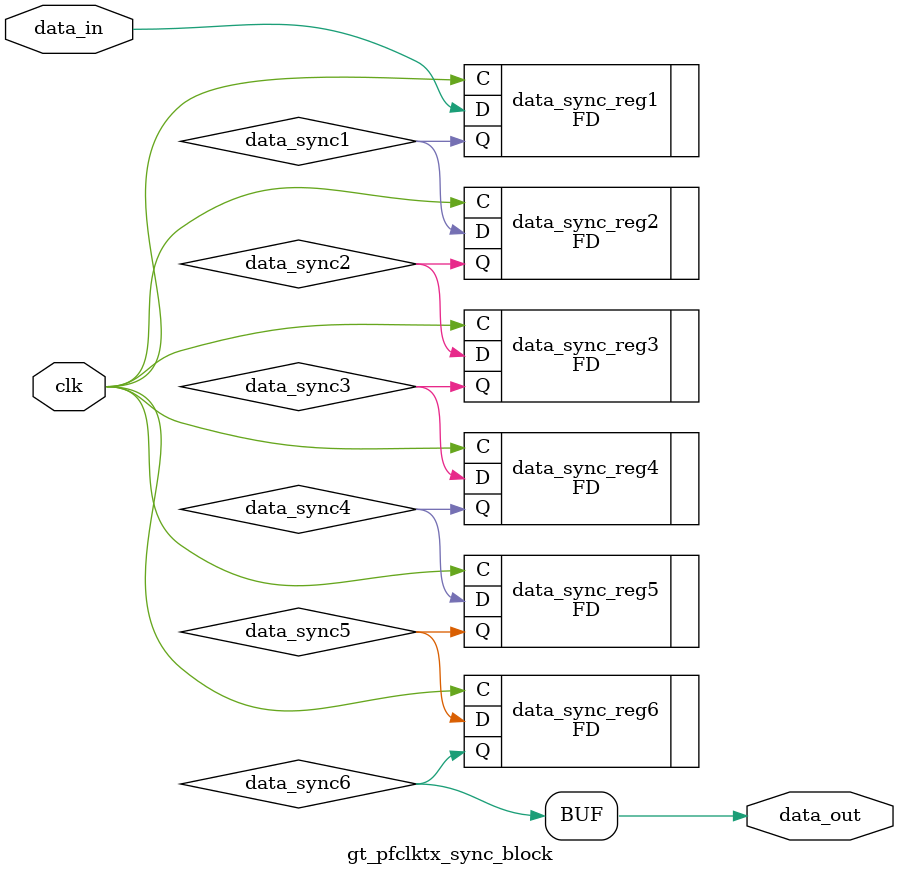
<source format=v>




`timescale 1ps / 1ps

//(* dont_touch = "yes" *)
module gt_pfclktx_sync_block #(
  parameter INITIALISE = 6'b000000
)
(
  input        clk,              // clock to be sync'ed to
  input        data_in,          // Data to be 'synced'
  output       data_out          // synced data
);

  // Internal Signals
  wire data_sync1;
  wire data_sync2;
  wire data_sync3;
  wire data_sync4;
  wire data_sync5;
  wire data_sync6;


  (* shreg_extract = "no", ASYNC_REG = "TRUE" *)
  FD #(
    .INIT (INITIALISE[0])
  ) data_sync_reg1 (
    .C  (clk),
    .D  (data_in),
    .Q  (data_sync1)
  );


  (* shreg_extract = "no", ASYNC_REG = "TRUE" *)
  FD #(
   .INIT (INITIALISE[1])
  ) data_sync_reg2 (
  .C  (clk),
  .D  (data_sync1),
  .Q  (data_sync2)
  );


  (* shreg_extract = "no", ASYNC_REG = "TRUE" *)
  FD #(
   .INIT (INITIALISE[2])
  ) data_sync_reg3 (
  .C  (clk),
  .D  (data_sync2),
  .Q  (data_sync3)
  );

  (* shreg_extract = "no", ASYNC_REG = "TRUE" *)
  FD #(
   .INIT (INITIALISE[3])
  ) data_sync_reg4 (
  .C  (clk),
  .D  (data_sync3),
  .Q  (data_sync4)
  );

  (* shreg_extract = "no", ASYNC_REG = "TRUE" *)
  FD #(
   .INIT (INITIALISE[4])
  ) data_sync_reg5 (
  .C  (clk),
  .D  (data_sync4),
  .Q  (data_sync5)
  );

  (* shreg_extract = "no", ASYNC_REG = "TRUE" *)
  FD #(
   .INIT (INITIALISE[5])
  ) data_sync_reg6 (
  .C  (clk),
  .D  (data_sync5),
  .Q  (data_sync6)
  );
  assign data_out = data_sync6;



endmodule

</source>
